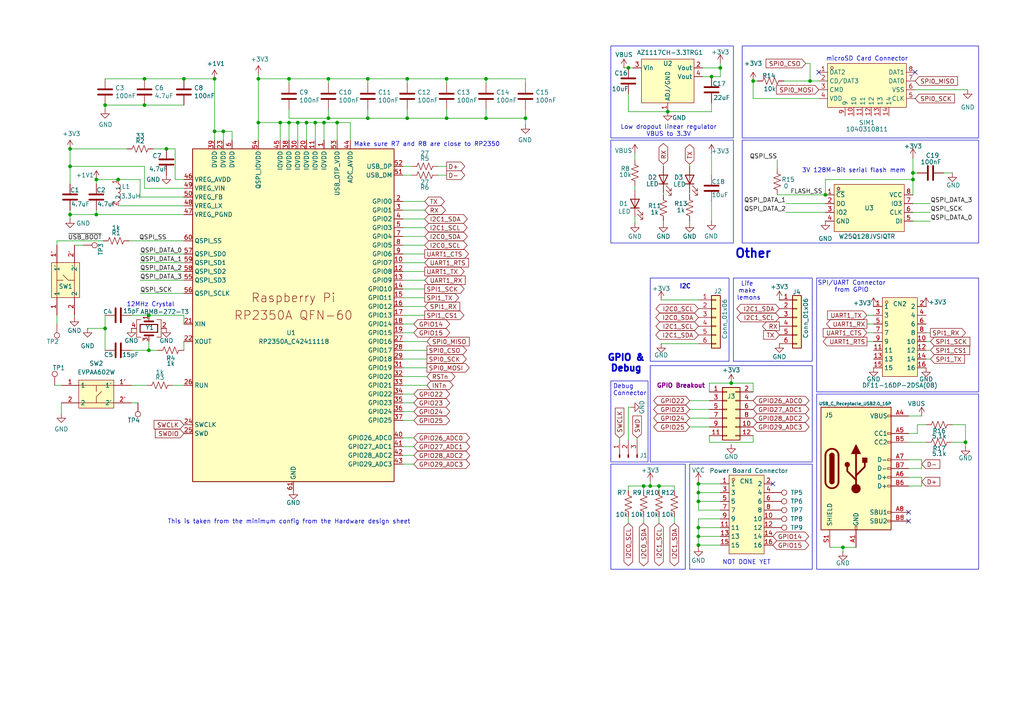
<source format=kicad_sch>
(kicad_sch (version 20250114) (generator "eeschema") (generator_version "9.0")
  (paper "A4")
  (title_block (date "2025-04-01") (rev "1") (company "Bronco Space") (comment 1 "SCALES") (comment 2 "By John Pollak"))
  (rectangle (start 177.165 40.64) (end 212.725 70.485))
  (rectangle (start 188.595 106.045) (end 235.585 133.985))
  (rectangle (start 177.165 13.335) (end 212.725 40.005))
  (rectangle (start 212.725 80.645) (end 235.585 104.775))
  (rectangle (start 215.265 13.335) (end 283.845 40.005))
  (rectangle (start 177.165 110.49) (end 187.96 133.985))
  (rectangle (start 215.265 40.64) (end 283.845 70.485))
  (rectangle (start 177.165 134.62) (end 198.755 165.1))
  (rectangle (start 200.025 134.62) (end 235.585 165.1))
  (rectangle (start 188.595 80.645) (end 211.455 104.775))
  (rectangle (start 236.855 80.645) (end 283.845 113.665))
  (rectangle (start 236.855 114.3) (end 283.845 165.1))
  (text "GPIO &\nDebug" (at 181.61 105.41 0) (effects (font (size 1.905 1.905) (thickness 0.508) (bold yes))))
  (text "12MHz Crystal" (at 43.688 88.392 0) (effects (font (size 1.27 1.27))))
  (text "Low dropout linear regulator\nVBUS to 3.3V" (at 193.929 37.973 0) (effects (font (size 1.27 1.27))))
  (text "3V 128M-Bit serial flash mem\n" (at 247.65 49.53 0) (effects (font (size 1.27 1.27))))
  (text "Make sure R7 and R8 are close to RP2350\n" (at 102.616 42.672 0) (effects (font (size 1.27 1.27)) (justify left bottom)))
  (text "microSD Card Connector" (at 251.46 17.145 0) (effects (font (size 1.27 1.27))))
  (text "NOT DONE YET" (at 216.535 163.195 0) (effects (font (size 1.27 1.27))))
  (text "This is taken from the minimum config from the Hardware design sheet" (at 83.82 151.384 0) (effects (font (size 1.27 1.27))))
  (text "Other" (at 218.44 73.66 0) (effects (font (size 2.54 2.54) (thickness 0.508) (bold yes))))
  (text "Life \nmake \nlemons\n" (at 217.17 84.455 0) (effects (font (size 1.27 1.27))))
  (text "SPI/UART Connector\nfrom GPIO" (at 247.015 83.185 0) (effects (font (size 1.27 1.27))))
  (text "I2C" (at 198.755 83.185 0) (effects (font (size 1.27 1.27) (thickness 0.254) (bold yes))))
  (text "Debug \nConnector" (at 177.8 114.935 0) (effects (font (size 1.27 1.27)) (justify left bottom)))
  (junction (at 202.565 155.575))
  (junction (at 64.77 38.1))
  (junction (at 43.18 91.44))
  (junction (at 20.32 62.23))
  (junction (at 206.375 22.225))
  (junction (at 152.4 34.29))
  (junction (at 140.97 34.29))
  (junction (at 202.565 142.875))
  (junction (at 27.94 62.23))
  (junction (at 41.91 22.86))
  (junction (at 234.95 23.495))
  (junction (at 74.93 35.56))
  (junction (at 83.82 35.56))
  (junction (at 91.44 35.56))
  (junction (at 193.675 32.385))
  (junction (at 43.18 101.6))
  (junction (at 182.245 19.685))
  (junction (at 244.475 158.75))
  (junction (at 202.565 145.415))
  (junction (at 218.44 23.495))
  (junction (at 41.91 30.48))
  (junction (at 118.11 22.86))
  (junction (at 86.36 35.56))
  (junction (at 95.25 34.29))
  (junction (at 202.565 153.035))
  (junction (at 30.48 95.25))
  (junction (at 27.94 52.07))
  (junction (at 81.28 35.56))
  (junction (at 95.25 22.86))
  (junction (at 20.32 43.18))
  (junction (at 83.82 22.86))
  (junction (at 208.915 19.685))
  (junction (at 74.93 22.86))
  (junction (at 239.395 56.515))
  (junction (at 62.23 22.86))
  (junction (at 88.9 35.56))
  (junction (at 186.69 140.97))
  (junction (at 202.565 140.335))
  (junction (at 106.68 34.29))
  (junction (at 118.11 34.29))
  (junction (at 140.97 22.86))
  (junction (at 93.98 35.56))
  (junction (at 48.26 43.18))
  (junction (at 202.565 158.115))
  (junction (at 264.795 50.165))
  (junction (at 264.795 52.07))
  (junction (at 53.34 22.86))
  (junction (at 34.29 52.07))
  (junction (at 30.48 30.48))
  (junction (at 106.68 22.86))
  (junction (at 20.32 48.26))
  (junction (at 97.79 35.56))
  (junction (at 129.54 34.29))
  (junction (at 188.595 140.97))
  (junction (at 212.09 111.125))
  (junction (at 191.135 140.97))
  (junction (at 62.23 38.1))
  (junction (at 129.54 22.86))
  (junction (at 280.035 128.27))
  (no_connect (at 263.525 151.13))
  (no_connect (at 263.525 148.59))
  (no_connect (at 237.49 20.955))
  (no_connect (at 265.43 20.955))
  (no_connect (at 224.155 140.335))
  (wire (pts (xy 186.69 149.86) (xy 186.69 151.765)))
  (wire (pts (xy 218.44 23.495) (xy 219.71 23.495)))
  (wire (pts (xy 263.525 120.65) (xy 267.335 120.65)))
  (wire (pts (xy 30.48 30.48) (xy 41.91 30.48)))
  (wire (pts (xy 269.875 99.06) (xy 268.605 99.06)))
  (wire (pts (xy 20.32 62.23) (xy 20.32 63.5)))
  (wire (pts (xy 182.245 118.11) (xy 182.88 118.11)))
  (wire (pts (xy 200.025 64.135) (xy 200.025 64.77)))
  (wire (pts (xy 83.82 35.56) (xy 83.82 40.64)))
  (wire (pts (xy 205.74 128.27) (xy 218.44 128.27)))
  (wire (pts (xy 202.565 140.335) (xy 202.565 142.875)))
  (wire (pts (xy 50.8 52.07) (xy 50.8 43.18)))
  (wire (pts (xy 269.875 101.6) (xy 268.605 101.6)))
  (wire (pts (xy 27.94 53.34) (xy 27.94 52.07)))
  (wire (pts (xy 95.25 24.13) (xy 95.25 22.86)))
  (wire (pts (xy 140.97 34.29) (xy 152.4 34.29)))
  (wire (pts (xy 218.44 128.27) (xy 218.44 126.365)))
  (wire (pts (xy 106.68 22.86) (xy 118.11 22.86)))
  (wire (pts (xy 208.915 22.225) (xy 208.915 19.685)))
  (wire (pts (xy 182.245 142.24) (xy 182.245 140.97)))
  (wire (pts (xy 202.565 155.575) (xy 202.565 158.115)))
  (wire (pts (xy 64.77 38.1) (xy 67.31 38.1)))
  (wire (pts (xy 40.64 76.2) (xy 53.34 76.2)))
  (wire (pts (xy 123.19 83.82) (xy 116.84 83.82)))
  (wire (pts (xy 152.4 34.29) (xy 152.4 36.195)))
  (wire (pts (xy 50.165 111.76) (xy 53.34 111.76)))
  (wire (pts (xy 192.405 64.77) (xy 192.405 64.135)))
  (wire (pts (xy 182.245 140.97) (xy 186.69 140.97)))
  (wire (pts (xy 208.915 22.225) (xy 206.375 22.225)))
  (wire (pts (xy 202.565 145.415) (xy 202.565 147.955)))
  (wire (pts (xy 86.36 35.56) (xy 88.9 35.56)))
  (wire (pts (xy 184.785 127) (xy 184.785 127.635)))
  (wire (pts (xy 206.375 44.45) (xy 206.375 50.8)))
  (wire (pts (xy 20.32 60.96) (xy 20.32 62.23)))
  (wire (pts (xy 25.4 95.25) (xy 30.48 95.25)))
  (wire (pts (xy 234.95 18.415) (xy 234.95 23.495)))
  (wire (pts (xy 263.525 140.97) (xy 267.335 140.97)))
  (wire (pts (xy 206.375 64.135) (xy 206.375 58.42)))
  (wire (pts (xy 188.595 140.97) (xy 191.135 140.97)))
  (wire (pts (xy 140.97 34.29) (xy 129.54 34.29)))
  (wire (pts (xy 225.425 56.515) (xy 239.395 56.515)))
  (wire (pts (xy 140.97 31.75) (xy 140.97 34.29)))
  (wire (pts (xy 195.58 149.86) (xy 195.58 151.765)))
  (wire (pts (xy 53.34 57.15) (xy 40.64 57.15)))
  (wire (pts (xy 37.465 69.85) (xy 53.34 69.85)))
  (wire (pts (xy 191.135 140.97) (xy 195.58 140.97)))
  (wire (pts (xy 27.94 52.07) (xy 34.29 52.07)))
  (wire (pts (xy 83.82 31.75) (xy 83.82 34.29)))
  (wire (pts (xy 116.84 66.04) (xy 123.19 66.04)))
  (wire (pts (xy 74.93 35.56) (xy 74.93 22.86)))
  (wire (pts (xy 123.19 73.66) (xy 116.84 73.66)))
  (wire (pts (xy 38.1 101.6) (xy 43.18 101.6)))
  (wire (pts (xy 206.375 22.225) (xy 203.835 22.225)))
  (wire (pts (xy 186.69 140.97) (xy 188.595 140.97)))
  (wire (pts (xy 95.25 34.29) (xy 83.82 34.29)))
  (wire (pts (xy 129.54 22.86) (xy 140.97 22.86)))
  (wire (pts (xy 88.9 35.56) (xy 88.9 40.64)))
  (wire (pts (xy 16.51 69.85) (xy 29.845 69.85)))
  (wire (pts (xy 184.15 44.45) (xy 184.15 46.355)))
  (wire (pts (xy 118.11 22.86) (xy 129.54 22.86)))
  (wire (pts (xy 182.245 32.385) (xy 182.245 27.305)))
  (wire (pts (xy 280.035 128.27) (xy 280.035 129.54)))
  (wire (pts (xy 227.965 59.055) (xy 239.395 59.055)))
  (wire (pts (xy 120.015 119.38) (xy 116.84 119.38)))
  (wire (pts (xy 123.19 58.42) (xy 116.84 58.42)))
  (wire (pts (xy 120.015 114.3) (xy 116.84 114.3)))
  (wire (pts (xy 67.31 40.64) (xy 67.31 38.1)))
  (wire (pts (xy 280.035 123.19) (xy 280.035 128.27)))
  (wire (pts (xy 269.875 61.595) (xy 264.795 61.595)))
  (wire (pts (xy 227.965 61.595) (xy 239.395 61.595)))
  (wire (pts (xy 40.64 85.09) (xy 53.34 85.09)))
  (wire (pts (xy 21.59 92.075) (xy 21.59 91.44)))
  (wire (pts (xy 123.825 106.68) (xy 116.84 106.68)))
  (wire (pts (xy 251.46 99.06) (xy 253.365 99.06)))
  (wire (pts (xy 20.32 43.18) (xy 36.83 43.18)))
  (wire (pts (xy 129.54 31.75) (xy 129.54 34.29)))
  (wire (pts (xy 206.375 32.385) (xy 206.375 29.845)))
  (wire (pts (xy 83.82 35.56) (xy 86.36 35.56)))
  (wire (pts (xy 191.135 149.86) (xy 191.135 151.765)))
  (wire (pts (xy 119.38 50.8) (xy 116.84 50.8)))
  (wire (pts (xy 269.875 104.14) (xy 268.605 104.14)))
  (wire (pts (xy 123.19 88.9) (xy 116.84 88.9)))
  (wire (pts (xy 120.015 116.84) (xy 116.84 116.84)))
  (wire (pts (xy 227.33 23.495) (xy 234.95 23.495)))
  (wire (pts (xy 38.1 116.84) (xy 40.005 116.84)))
  (wire (pts (xy 200.025 121.285) (xy 205.74 121.285)))
  (wire (pts (xy 208.915 158.115) (xy 202.565 158.115)))
  (wire (pts (xy 152.4 24.13) (xy 152.4 22.86)))
  (wire (pts (xy 30.48 95.25) (xy 30.48 101.6)))
  (wire (pts (xy 88.9 35.56) (xy 91.44 35.56)))
  (wire (pts (xy 200.025 47.625) (xy 200.025 48.26)))
  (wire (pts (xy 265.43 26.035) (xy 280.67 26.035)))
  (wire (pts (xy 118.11 31.75) (xy 118.11 34.29)))
  (wire (pts (xy 120.015 93.98) (xy 116.84 93.98)))
  (wire (pts (xy 91.44 35.56) (xy 91.44 40.64)))
  (wire (pts (xy 123.19 60.96) (xy 116.84 60.96)))
  (wire (pts (xy 81.28 35.56) (xy 81.28 40.64)))
  (wire (pts (xy 191.77 86.995) (xy 202.565 86.995)))
  (wire (pts (xy 34.29 59.69) (xy 53.34 59.69)))
  (wire (pts (xy 30.48 91.44) (xy 30.48 95.25)))
  (wire (pts (xy 244.475 158.75) (xy 248.285 158.75)))
  (wire (pts (xy 191.135 142.24) (xy 191.135 140.97)))
  (wire (pts (xy 129.54 24.13) (xy 129.54 22.86)))
  (wire (pts (xy 208.915 18.415) (xy 208.915 19.685)))
  (wire (pts (xy 191.77 99.695) (xy 202.565 99.695)))
  (wire (pts (xy 192.405 47.625) (xy 192.405 48.26)))
  (wire (pts (xy 218.44 111.125) (xy 218.44 113.665)))
  (wire (pts (xy 202.565 153.035) (xy 202.565 155.575)))
  (wire (pts (xy 40.64 78.74) (xy 53.34 78.74)))
  (wire (pts (xy 83.82 22.86) (xy 95.25 22.86)))
  (wire (pts (xy 200.025 118.745) (xy 205.74 118.745)))
  (wire (pts (xy 116.84 71.12) (xy 123.19 71.12)))
  (wire (pts (xy 41.91 22.86) (xy 53.34 22.86)))
  (wire (pts (xy 195.58 142.24) (xy 195.58 140.97)))
  (wire (pts (xy 182.245 149.86) (xy 182.245 151.765)))
  (wire (pts (xy 202.565 153.035) (xy 208.915 153.035)))
  (wire (pts (xy 263.525 138.43) (xy 267.335 138.43)))
  (wire (pts (xy 81.28 35.56) (xy 83.82 35.56)))
  (wire (pts (xy 269.875 96.52) (xy 268.605 96.52)))
  (wire (pts (xy 118.11 24.13) (xy 118.11 22.86)))
  (wire (pts (xy 95.25 22.86) (xy 106.68 22.86)))
  (wire (pts (xy 264.795 50.165) (xy 264.795 52.07)))
  (wire (pts (xy 193.675 32.385) (xy 206.375 32.385)))
  (wire (pts (xy 276.225 123.19) (xy 280.035 123.19)))
  (wire (pts (xy 266.065 125.73) (xy 266.065 123.19)))
  (wire (pts (xy 20.32 43.18) (xy 20.32 48.26)))
  (wire (pts (xy 182.245 19.685) (xy 183.515 19.685)))
  (wire (pts (xy 237.49 28.575) (xy 218.44 28.575)))
  (wire (pts (xy 118.11 34.29) (xy 106.68 34.29)))
  (wire (pts (xy 202.565 145.415) (xy 208.915 145.415)))
  (wire (pts (xy 30.48 30.48) (xy 30.48 31.75)))
  (wire (pts (xy 91.44 35.56) (xy 93.98 35.56)))
  (wire (pts (xy 129.54 48.26) (xy 127 48.26)))
  (wire (pts (xy 116.84 63.5) (xy 123.19 63.5)))
  (wire (pts (xy 30.48 22.86) (xy 41.91 22.86)))
  (wire (pts (xy 208.915 147.955) (xy 202.565 147.955)))
  (wire (pts (xy 43.18 101.6) (xy 45.72 101.6)))
  (wire (pts (xy 186.69 140.97) (xy 186.69 142.24)))
  (wire (pts (xy 225.425 48.895) (xy 225.425 46.355)))
  (wire (pts (xy 267.335 133.35) (xy 267.335 135.89)))
  (wire (pts (xy 263.525 135.89) (xy 267.335 135.89)))
  (wire (pts (xy 44.45 43.18) (xy 48.26 43.18)))
  (wire (pts (xy 64.77 40.64) (xy 64.77 38.1)))
  (wire (pts (xy 27.94 62.23) (xy 53.34 62.23)))
  (wire (pts (xy 16.51 69.85) (xy 16.51 71.12)))
  (wire (pts (xy 95.25 31.75) (xy 95.25 34.29)))
  (wire (pts (xy 202.565 142.875) (xy 208.915 142.875)))
  (wire (pts (xy 97.79 35.56) (xy 97.79 40.64)))
  (wire (pts (xy 120.015 121.92) (xy 116.84 121.92)))
  (wire (pts (xy 34.29 52.07) (xy 40.64 52.07)))
  (wire (pts (xy 40.64 73.66) (xy 53.34 73.66)))
  (wire (pts (xy 276.225 128.27) (xy 280.035 128.27)))
  (wire (pts (xy 200.025 116.205) (xy 205.74 116.205)))
  (wire (pts (xy 123.825 109.22) (xy 116.84 109.22)))
  (wire (pts (xy 41.91 54.61) (xy 53.34 54.61)))
  (wire (pts (xy 273.685 50.165) (xy 276.225 50.165)))
  (wire (pts (xy 140.97 22.86) (xy 152.4 22.86)))
  (wire (pts (xy 123.825 99.06) (xy 116.84 99.06)))
  (wire (pts (xy 43.18 101.6) (xy 43.18 99.06)))
  (wire (pts (xy 184.15 55.245) (xy 184.15 53.975)))
  (wire (pts (xy 263.525 125.73) (xy 266.065 125.73)))
  (wire (pts (xy 264.795 52.07) (xy 264.795 56.515)))
  (wire (pts (xy 200.025 123.825) (xy 205.74 123.825)))
  (wire (pts (xy 266.065 50.165) (xy 264.795 50.165)))
  (wire (pts (xy 263.525 133.35) (xy 267.335 133.35)))
  (wire (pts (xy 119.38 48.26) (xy 116.84 48.26)))
  (wire (pts (xy 62.23 38.1) (xy 62.23 22.86)))
  (wire (pts (xy 93.98 35.56) (xy 93.98 40.64)))
  (wire (pts (xy 101.6 40.64) (xy 101.6 35.56)))
  (wire (pts (xy 251.46 96.52) (xy 253.365 96.52)))
  (wire (pts (xy 234.95 23.495) (xy 237.49 23.495)))
  (wire (pts (xy 20.32 62.23) (xy 27.94 62.23)))
  (wire (pts (xy 251.46 91.44) (xy 253.365 91.44)))
  (wire (pts (xy 269.875 59.055) (xy 264.795 59.055)))
  (wire (pts (xy 202.565 158.115) (xy 202.565 158.75)))
  (wire (pts (xy 50.8 52.07) (xy 53.34 52.07)))
  (wire (pts (xy 203.835 19.685) (xy 208.915 19.685)))
  (wire (pts (xy 116.84 68.58) (xy 123.19 68.58)))
  (wire (pts (xy 106.68 31.75) (xy 106.68 34.29)))
  (wire (pts (xy 123.825 104.14) (xy 116.84 104.14)))
  (wire (pts (xy 86.36 35.56) (xy 86.36 40.64)))
  (wire (pts (xy 188.595 140.97) (xy 188.595 139.7)))
  (wire (pts (xy 41.91 48.26) (xy 41.91 54.61)))
  (wire (pts (xy 123.19 78.74) (xy 116.84 78.74)))
  (wire (pts (xy 20.32 48.26) (xy 20.32 53.34)))
  (wire (pts (xy 123.825 101.6) (xy 116.84 101.6)))
  (wire (pts (xy 16.51 91.44) (xy 16.51 93.98)))
  (wire (pts (xy 182.245 32.385) (xy 193.675 32.385)))
  (wire (pts (xy 50.8 43.18) (xy 48.26 43.18)))
  (wire (pts (xy 106.68 24.13) (xy 106.68 22.86)))
  (wire (pts (xy 205.74 126.365) (xy 205.74 128.27)))
  (wire (pts (xy 123.19 91.44) (xy 116.84 91.44)))
  (wire (pts (xy 53.34 22.86) (xy 62.23 22.86)))
  (wire (pts (xy 202.565 140.335) (xy 208.915 140.335)))
  (wire (pts (xy 123.19 81.28) (xy 116.84 81.28)))
  (wire (pts (xy 83.82 24.13) (xy 83.82 22.86)))
  (wire (pts (xy 120.015 132.08) (xy 116.84 132.08)))
  (wire (pts (xy 62.23 40.64) (xy 62.23 38.1)))
  (wire (pts (xy 239.395 52.07) (xy 239.395 56.515)))
  (wire (pts (xy 38.1 111.76) (xy 42.545 111.76)))
  (wire (pts (xy 202.565 142.875) (xy 202.565 145.415)))
  (wire (pts (xy 74.93 22.86) (xy 83.82 22.86)))
  (wire (pts (xy 74.93 35.56) (xy 81.28 35.56)))
  (wire (pts (xy 263.525 128.27) (xy 268.605 128.27)))
  (wire (pts (xy 53.34 101.6) (xy 53.34 99.06)))
  (wire (pts (xy 251.46 93.98) (xy 253.365 93.98)))
  (wire (pts (xy 40.64 57.15) (xy 40.64 52.07)))
  (wire (pts (xy 116.84 111.76) (xy 123.825 111.76)))
  (wire (pts (xy 180.975 19.685) (xy 182.245 19.685)))
  (wire (pts (xy 20.32 48.26) (xy 41.91 48.26)))
  (wire (pts (xy 202.565 139.7) (xy 202.565 140.335)))
  (wire (pts (xy 179.705 127) (xy 179.705 127.635)))
  (wire (pts (xy 152.4 31.75) (xy 152.4 34.29)))
  (wire (pts (xy 184.15 64.77) (xy 184.15 62.865)))
  (wire (pts (xy 74.93 21.59) (xy 74.93 22.86)))
  (wire (pts (xy 140.97 24.13) (xy 140.97 22.86)))
  (wire (pts (xy 218.44 28.575) (xy 218.44 23.495)))
  (wire (pts (xy 264.795 45.72) (xy 264.795 50.165)))
  (wire (pts (xy 233.68 18.415) (xy 234.95 18.415)))
  (wire (pts (xy 244.475 158.75) (xy 244.475 160.02)))
  (wire (pts (xy 129.54 34.29) (xy 118.11 34.29)))
  (wire (pts (xy 240.665 158.75) (xy 244.475 158.75)))
  (wire (pts (xy 120.015 96.52) (xy 116.84 96.52)))
  (wire (pts (xy 120.015 127) (xy 116.84 127)))
  (wire (pts (xy 205.74 113.665) (xy 205.74 111.125)))
  (wire (pts (xy 269.875 64.135) (xy 264.795 64.135)))
  (wire (pts (xy 205.74 111.125) (xy 212.09 111.125)))
  (wire (pts (xy 97.79 35.56) (xy 101.6 35.56)))
  (wire (pts (xy 21.59 71.12) (xy 24.13 71.12)))
  (wire (pts (xy 129.54 50.8) (xy 127 50.8)))
  (wire (pts (xy 192.405 55.88) (xy 192.405 56.515)))
  (wire (pts (xy 266.065 123.19) (xy 268.605 123.19)))
  (wire (pts (xy 106.68 34.29) (xy 95.25 34.29)))
  (wire (pts (xy 38.1 91.44) (xy 43.18 91.44)))
  (wire (pts (xy 43.18 91.44) (xy 53.34 91.44)))
  (wire (pts (xy 27.94 60.96) (xy 27.94 62.23)))
  (wire (pts (xy 15.875 111.76) (xy 17.78 111.76)))
  (wire (pts (xy 120.015 134.62) (xy 116.84 134.62)))
  (wire (pts (xy 212.09 111.125) (xy 218.44 111.125)))
  (wire (pts (xy 182.245 127.635) (xy 182.245 118.11)))
  (wire (pts (xy 17.78 116.84) (xy 17.78 120.015)))
  (wire (pts (xy 41.91 30.48) (xy 53.34 30.48)))
  (wire (pts (xy 267.335 138.43) (xy 267.335 140.97)))
  (wire (pts (xy 74.93 35.56) (xy 74.93 40.64)))
  (wire (pts (xy 123.19 76.2) (xy 116.84 76.2)))
  (wire (pts (xy 202.565 155.575) (xy 208.915 155.575)))
  (wire (pts (xy 40.64 81.28) (xy 53.34 81.28)))
  (wire (pts (xy 202.565 150.495) (xy 202.565 153.035)))
  (wire (pts (xy 53.34 93.98) (xy 53.34 91.44)))
  (wire (pts (xy 123.19 86.36) (xy 116.84 86.36)))
  (wire (pts (xy 208.915 150.495) (xy 202.565 150.495)))
  (wire (pts (xy 62.23 38.1) (xy 64.77 38.1)))
  (wire (pts (xy 200.025 55.88) (xy 200.025 56.515)))
  (wire (pts (xy 93.98 35.56) (xy 97.79 35.56)))
  (wire (pts (xy 239.395 52.07) (xy 264.795 52.07)))
  (wire (pts (xy 120.015 129.54) (xy 116.84 129.54)))
  (label "QSPI_DATA_1" (at 227.965 59.055 180))
  (label "QSPI_DATA_1" (at 40.64 76.2 0))
  (label "QSPI_DATA_0" (at 40.64 73.66 0))
  (label "~{USB_BOOT}" (at 19.685 69.85 0))
  (label " QSPI_SS" (at 225.425 46.355 180))
  (label " QSPI_SS" (at 39.37 69.85 0))
  (label "FLASH_SS" (at 229.235 56.515 0))
  (label "QSPI_DATA_3" (at 269.875 59.055 0))
  (label "QSPI_DATA_2" (at 227.965 61.595 180))
  (label "QSPI_SCK" (at 269.875 61.595 0))
  (label "QSPI_DATA_0" (at 269.875 64.135 0))
  (label "QSPI_DATA_3" (at 40.64 81.28 0))
  (label "QSPI_SCK" (at 40.64 85.09 0))
  (label "QSPI_DATA_2" (at 40.64 78.74 0))
  (global_label "RX" (shape bidirectional) (at 123.19 60.96 0) (property "Intersheetrefs" "${INTERSHEET_REFS}" (effects (hide yes))))
  (global_label "I2C0_SDA" (shape bidirectional) (at 202.565 92.075 180) (property "Intersheetrefs" "${INTERSHEET_REFS}" (effects (hide yes))))
  (global_label "SPI0_SCK" (shape input) (at 265.43 28.575 0) (property "Intersheetrefs" "${INTERSHEET_REFS}" (effects (hide yes))))
  (global_label "I2C0_SDA" (shape bidirectional) (at 123.19 68.58 0) (property "Intersheetrefs" "${INTERSHEET_REFS}" (effects (hide yes))))
  (global_label "SPI1_TX" (shape output) (at 123.19 86.36 0) (property "Intersheetrefs" "${INTERSHEET_REFS}" (effects (hide yes))))
  (global_label "SPI1_SCK" (shape output) (at 123.19 83.82 0) (property "Intersheetrefs" "${INTERSHEET_REFS}" (effects (hide yes))))
  (global_label "D-" (shape input) (at 267.335 134.62 0) (property "Intersheetrefs" "${INTERSHEET_REFS}" (effects (hide yes))))
  (global_label "UART1_TX" (shape input) (at 251.46 91.44 180) (property "Intersheetrefs" "${INTERSHEET_REFS}" (effects (hide yes))))
  (global_label "SPI0_MOSI" (shape input) (at 237.49 26.035 180) (property "Intersheetrefs" "${INTERSHEET_REFS}" (effects (hide yes))))
  (global_label "GPIO28_ADC2" (shape bidirectional) (at 120.015 132.08 0) (property "Intersheetrefs" "${INTERSHEET_REFS}" (effects (hide yes))))
  (global_label "GPIO14" (shape bidirectional) (at 224.155 155.575 0) (property "Intersheetrefs" "${INTERSHEET_REFS}" (effects (hide yes))))
  (global_label "TX" (shape bidirectional) (at 123.19 58.42 0) (property "Intersheetrefs" "${INTERSHEET_REFS}" (effects (hide yes))))
  (global_label "GPIO24" (shape bidirectional) (at 200.025 121.285 180) (property "Intersheetrefs" "${INTERSHEET_REFS}" (effects (hide yes))))
  (global_label "SWCLK" (shape input) (at 53.34 123.19 180) (property "Intersheetrefs" "${INTERSHEET_REFS}" (effects (hide yes))))
  (global_label "D+" (shape output) (at 129.54 48.26 0) (property "Intersheetrefs" "${INTERSHEET_REFS}" (effects (hide yes))))
  (global_label "SPI0_MOSI" (shape output) (at 123.825 106.68 0) (property "Intersheetrefs" "${INTERSHEET_REFS}" (effects (hide yes))))
  (global_label "SPI0_CSO" (shape input) (at 233.68 18.415 180) (property "Intersheetrefs" "${INTERSHEET_REFS}" (effects (hide yes))))
  (global_label "SPI0_MISO" (shape input) (at 123.825 99.06 0) (property "Intersheetrefs" "${INTERSHEET_REFS}" (effects (hide yes))))
  (global_label "GPIO25" (shape bidirectional) (at 200.025 123.825 180) (property "Intersheetrefs" "${INTERSHEET_REFS}" (effects (hide yes))))
  (global_label "SWCLK" (shape input) (at 179.705 127 90) (property "Intersheetrefs" "${INTERSHEET_REFS}" (effects (hide yes))))
  (global_label "SPI1_RX" (shape output) (at 269.875 96.52 0) (property "Intersheetrefs" "${INTERSHEET_REFS}" (effects (hide yes))))
  (global_label "UART1_CTS" (shape input) (at 251.46 96.52 180) (property "Intersheetrefs" "${INTERSHEET_REFS}" (effects (hide yes))))
  (global_label "GPIO27_ADC1" (shape bidirectional) (at 120.015 129.54 0) (property "Intersheetrefs" "${INTERSHEET_REFS}" (effects (hide yes))))
  (global_label "I2C1_SDA" (shape bidirectional) (at 226.06 89.535 180) (property "Intersheetrefs" "${INTERSHEET_REFS}" (effects (hide yes))))
  (global_label "INTn" (shape bidirectional) (at 123.825 111.76 0) (property "Intersheetrefs" "${INTERSHEET_REFS}" (effects (hide yes))))
  (global_label "SWDIO" (shape input) (at 53.34 125.73 180) (property "Intersheetrefs" "${INTERSHEET_REFS}" (effects (hide yes))))
  (global_label "TX" (shape bidirectional) (at 200.025 47.625 90) (property "Intersheetrefs" "${INTERSHEET_REFS}" (effects (hide yes))))
  (global_label "GPIO22" (shape bidirectional) (at 200.025 116.205 180) (property "Intersheetrefs" "${INTERSHEET_REFS}" (effects (hide yes))))
  (global_label "GPIO15" (shape bidirectional) (at 120.015 96.52 0) (property "Intersheetrefs" "${INTERSHEET_REFS}" (effects (hide yes))))
  (global_label "GPIO27_ADC1" (shape bidirectional) (at 218.44 118.745 0) (property "Intersheetrefs" "${INTERSHEET_REFS}" (effects (hide yes))))
  (global_label "GPIO29_ADC3" (shape bidirectional) (at 218.44 123.825 0) (property "Intersheetrefs" "${INTERSHEET_REFS}" (effects (hide yes))))
  (global_label "RSTn" (shape bidirectional) (at 123.825 109.22 0) (property "Intersheetrefs" "${INTERSHEET_REFS}" (effects (hide yes))))
  (global_label "GPIO26_ADC0" (shape bidirectional) (at 218.44 116.205 0) (property "Intersheetrefs" "${INTERSHEET_REFS}" (effects (hide yes))))
  (global_label "UART1_RX" (shape input) (at 123.19 81.28 0) (property "Intersheetrefs" "${INTERSHEET_REFS}" (effects (hide yes))))
  (global_label "SPI1_SCK" (shape input) (at 269.875 99.06 0) (property "Intersheetrefs" "${INTERSHEET_REFS}" (effects (hide yes))))
  (global_label "GPIO22" (shape bidirectional) (at 120.015 114.3 0) (property "Intersheetrefs" "${INTERSHEET_REFS}" (effects (hide yes))))
  (global_label "I2C1_SDA" (shape bidirectional) (at 202.565 97.155 180) (property "Intersheetrefs" "${INTERSHEET_REFS}" (effects (hide yes))))
  (global_label "UART1_RTS" (shape input) (at 123.19 76.2 0) (property "Intersheetrefs" "${INTERSHEET_REFS}" (effects (hide yes))))
  (global_label "GPIO26_ADC0" (shape bidirectional) (at 120.015 127 0) (property "Intersheetrefs" "${INTERSHEET_REFS}" (effects (hide yes))))
  (global_label "SPI0_SCK" (shape output) (at 123.825 104.14 0) (property "Intersheetrefs" "${INTERSHEET_REFS}" (effects (hide yes))))
  (global_label "RX" (shape bidirectional) (at 192.405 47.625 90) (property "Intersheetrefs" "${INTERSHEET_REFS}" (effects (hide yes))))
  (global_label "I2C0_SCL" (shape bidirectional) (at 123.19 71.12 0) (property "Intersheetrefs" "${INTERSHEET_REFS}" (effects (hide yes))))
  (global_label "I2C0_SDA" (shape bidirectional) (at 186.69 151.765 270) (property "Intersheetrefs" "${INTERSHEET_REFS}" (effects (hide yes))))
  (global_label "D-" (shape output) (at 129.54 50.8 0) (property "Intersheetrefs" "${INTERSHEET_REFS}" (effects (hide yes))))
  (global_label "I2C1_SCL" (shape bidirectional) (at 123.19 66.04 0) (property "Intersheetrefs" "${INTERSHEET_REFS}" (effects (hide yes))))
  (global_label "I2C1_SDA" (shape bidirectional) (at 123.19 63.5 0) (property "Intersheetrefs" "${INTERSHEET_REFS}" (effects (hide yes))))
  (global_label "GPIO23" (shape bidirectional) (at 120.015 116.84 0) (property "Intersheetrefs" "${INTERSHEET_REFS}" (effects (hide yes))))
  (global_label "SPI1_TX" (shape input) (at 269.875 104.14 0) (property "Intersheetrefs" "${INTERSHEET_REFS}" (effects (hide yes))))
  (global_label "I2C1_SCL" (shape bidirectional) (at 191.135 151.765 270) (property "Intersheetrefs" "${INTERSHEET_REFS}" (effects (hide yes))))
  (global_label "SPI0_MISO" (shape input) (at 265.43 23.495 0) (property "Intersheetrefs" "${INTERSHEET_REFS}" (effects (hide yes))))
  (global_label "UART1_RX" (shape output) (at 251.46 93.98 180) (property "Intersheetrefs" "${INTERSHEET_REFS}" (effects (hide yes))))
  (global_label "I2C0_SCL" (shape bidirectional) (at 202.565 89.535 180) (property "Intersheetrefs" "${INTERSHEET_REFS}" (effects (hide yes))))
  (global_label "D+" (shape input) (at 267.335 139.7 0) (property "Intersheetrefs" "${INTERSHEET_REFS}" (effects (hide yes))))
  (global_label "SPI0_CSO" (shape output) (at 123.825 101.6 0) (property "Intersheetrefs" "${INTERSHEET_REFS}" (effects (hide yes))))
  (global_label "GPIO14" (shape bidirectional) (at 120.015 93.98 0) (property "Intersheetrefs" "${INTERSHEET_REFS}" (effects (hide yes))))
  (global_label "GPIO23" (shape bidirectional) (at 200.025 118.745 180) (property "Intersheetrefs" "${INTERSHEET_REFS}" (effects (hide yes))))
  (global_label "GPIO29_ADC3" (shape bidirectional) (at 120.015 134.62 0) (property "Intersheetrefs" "${INTERSHEET_REFS}" (effects (hide yes))))
  (global_label "GPIO24" (shape bidirectional) (at 120.015 119.38 0) (property "Intersheetrefs" "${INTERSHEET_REFS}" (effects (hide yes))))
  (global_label "TX" (shape input) (at 226.06 97.155 180) (property "Intersheetrefs" "${INTERSHEET_REFS}" (effects (hide yes))))
  (global_label "SPI1_CS1" (shape output) (at 123.19 91.44 0) (property "Intersheetrefs" "${INTERSHEET_REFS}" (effects (hide yes))))
  (global_label "I2C1_SCL" (shape bidirectional) (at 202.565 94.615 180) (property "Intersheetrefs" "${INTERSHEET_REFS}" (effects (hide yes))))
  (global_label "GPIO25" (shape bidirectional) (at 120.015 121.92 0) (property "Intersheetrefs" "${INTERSHEET_REFS}" (effects (hide yes))))
  (global_label "I2C1_SDA" (shape bidirectional) (at 195.58 151.765 270) (property "Intersheetrefs" "${INTERSHEET_REFS}" (effects (hide yes))))
  (global_label "UART1_RTS" (shape output) (at 251.46 99.06 180) (property "Intersheetrefs" "${INTERSHEET_REFS}" (effects (hide yes))))
  (global_label "SWD" (shape input) (at 184.785 127 90) (property "Intersheetrefs" "${INTERSHEET_REFS}" (effects (hide yes))))
  (global_label "SPI1_RX" (shape input) (at 123.19 88.9 0) (property "Intersheetrefs" "${INTERSHEET_REFS}" (effects (hide yes))))
  (global_label "GPIO28_ADC2" (shape bidirectional) (at 218.44 121.285 0) (property "Intersheetrefs" "${INTERSHEET_REFS}" (effects (hide yes))))
  (global_label "I2C0_SCL" (shape bidirectional) (at 182.245 151.765 270) (property "Intersheetrefs" "${INTERSHEET_REFS}" (effects (hide yes))))
  (global_label "UART1_TX" (shape output) (at 123.19 78.74 0) (property "Intersheetrefs" "${INTERSHEET_REFS}" (effects (hide yes))))
  (global_label "SPI1_CS1" (shape input) (at 269.875 101.6 0) (property "Intersheetrefs" "${INTERSHEET_REFS}" (effects (hide yes))))
  (global_label "UART1_CTS" (shape output) (at 123.19 73.66 0) (property "Intersheetrefs" "${INTERSHEET_REFS}" (effects (hide yes))))
  (global_label "I2C1_SCL" (shape bidirectional) (at 226.06 92.075 180) (property "Intersheetrefs" "${INTERSHEET_REFS}" (effects (hide yes))))
  (global_label "RX" (shape output) (at 226.06 94.615 180) (property "Intersheetrefs" "${INTERSHEET_REFS}" (effects (hide yes))))
  (global_label "GPIO15" (shape bidirectional) (at 224.155 158.115 0) (property "Intersheetrefs" "${INTERSHEET_REFS}" (effects (hide yes))))
  (symbol (lib_id "power:GND") (at 20.32 63.5 0) (mirror y) (unit 1)
    (property "Reference" "#PWR03" (effects (hide yes)))
    (property "Value" "GND" (at 24.13 64.77 0))
  )
  (symbol (lib_id "Device:C") (at 269.875 50.165 90) (unit 1)
    (property "Reference" "C19" (at 272.415 45.085 90) (effects (justify left)))
    (property "Value" "100nF" (at 273.05 46.99 90) (effects (justify left)))
    (property "Footprint" "Capacitor_SMD:C_0402_1005Metric" (effects (hide yes)))
  )
  (symbol (lib_id "power:GND") (at 182.88 118.11 90) (unit 1)
    (property "Reference" "#PWR016" (effects (hide yes)))
    (property "Value" "GND" (at 186.182 118.11 0))
    (property "Description" "Power symbol creates a global label with name \"GND\" , ground" (effects (hide yes)))
  )
  (symbol (lib_id "Connector_Generic:Conn_02x06_Odd_Even") (at 210.82 118.745 0) (unit 1)
    (property "Reference" "J3" (at 212.09 114.935 0))
    (property "Value" "Conn_02x06_Odd_Even" (effects (hide yes)))
    (property "Footprint" "Connector_PinHeader_2.54mm:PinHeader_2x06_P2.54mm_Vertical" (effects (hide yes)))
    (property "Description" "Generic connector, double row, 02x06, odd/even pin numbering scheme (row 1 odd numbers, row 2 even numbers), script generated (kicad-library-utils/schlib/autogen/connector/)" (effects (hide yes)))
    (property "Use" "GPIO Breakout" (at 197.485 111.76 0) (effects (font (thickness 0.254) (bold yes))))
  )
  (symbol (lib_id "power:GND") (at 202.565 158.75 0) (unit 1)
    (property "Reference" "#PWR026" (effects (hide yes)))
    (property "Value" "GND" (at 202.565 162.56 0))
    (property "Description" "Power symbol creates a global label with name \"GND\" , ground" (effects (hide yes)))
  )
  (symbol (lib_id "power:GND") (at 17.78 120.015 0) (unit 1)
    (property "Reference" "#PWR01" (effects (hide yes)))
    (property "Value" "GND" (at 17.78 124.46 0))
    (property "Description" "Power symbol creates a global label with name \"GND\" , ground" (effects (hide yes)))
  )
  (symbol (lib_id "Connector:TestPoint") (at 224.155 153.035 270) (unit 1)
    (property "Reference" "TP9" (at 229.235 153.035 90) (effects (justify left)))
    (property "Value" "TestPoint" (effects (hide yes)))
    (property "Footprint" "TestPoint:TestPoint_Pad_1.0x1.0mm" (effects (hide yes)))
    (property "Description" "test point" (effects (hide yes)))
  )
  (symbol (lib_id "easyeda2kicad:DF11-16DP-2DSA(08)") (at 260.985 97.79 0) (unit 1)
    (property "Reference" "CN2" (at 260.985 88.138 0))
    (property "Value" "DF11-16DP-2DSA(08)" (at 260.985 111.76 0))
    (property "Footprint" "easyeda2kicad:CONN-TH_DF11-16DP-2DSA-08" (effects (hide yes)))
    (property "Datasheet" "https://lcsc.com/product-detail/Wire-To-Board-Wire-To-Wire-Connector_HRS-Hirose-HRS-DF11-16DP-2DSA-08_C530981.html" (effects (hide yes)))
    (property "LCSC Part" "C530981" (effects (hide yes)))
  )
  (symbol (lib_id "Device:C") (at 30.48 26.67 0) (unit 1)
    (property "Reference" "C3" (at 33.401 25.5016 0) (effects (justify left)))
    (property "Value" "100nF" (at 33.401 27.813 0) (effects (justify left)))
    (property "Footprint" "Capacitor_SMD:C_0402_1005Metric" (effects (hide yes)))
  )
  (symbol (lib_id "power:GND") (at 244.475 160.02 0) (unit 1)
    (property "Reference" "#PWR036" (effects (hide yes)))
    (property "Value" "GND" (at 244.475 163.322 0))
    (property "Description" "Power symbol creates a global label with name \"GND\" , ground" (effects (hide yes)))
  )
  (symbol (lib_id "Device:R_US") (at 123.19 50.8 270) (unit 1)
    (property "Reference" "R6" (at 123.19 54.356 90))
    (property "Value" "27" (at 123.19 52.832 90))
    (property "Footprint" "Resistor_SMD:R_0402_1005Metric" (effects (hide yes)))
    (property "Description" "Resistor, US symbol" (effects (hide yes)))
  )
  (symbol (lib_id "Connector:TestPoint") (at 224.155 150.495 270) (unit 1)
    (property "Reference" "TP8" (at 229.235 150.495 90) (effects (justify left)))
    (property "Value" "TestPoint" (effects (hide yes)))
    (property "Footprint" "TestPoint:TestPoint_Pad_1.0x1.0mm" (effects (hide yes)))
    (property "Description" "test point" (effects (hide yes)))
  )
  (symbol (lib_id "Device:C") (at 206.375 54.61 0) (unit 1)
    (property "Reference" "C18" (at 206.375 52.705 0) (effects (justify left)))
    (property "Value" "10uF" (at 206.375 56.515 0) (effects (justify left)))
    (property "Footprint" "Capacitor_SMD:C_0805_2012Metric" (effects (hide yes)))
  )
  (symbol (lib_id "power:GND") (at 253.365 106.68 0) (unit 1)
    (property "Reference" "#PWR038" (effects (hide yes)))
    (property "Value" "GND" (at 253.365 109.982 0))
    (property "Description" "Power symbol creates a global label with name \"GND\" , ground" (effects (hide yes)))
  )
  (symbol (lib_id "power:GND") (at 191.77 99.695 0) (unit 1)
    (property "Reference" "#PWR021" (effects (hide yes)))
    (property "Value" "GND" (at 191.77 102.997 0))
    (property "Description" "Power symbol creates a global label with name \"GND\" , ground" (effects (hide yes)))
  )
  (symbol (lib_id "Device:C") (at 95.25 27.94 0) (unit 1)
    (property "Reference" "C10" (at 98.171 26.7716 0) (effects (justify left)))
    (property "Value" "100nF" (at 98.171 29.083 0) (effects (justify left)))
    (property "Footprint" "Capacitor_SMD:C_0402_1005Metric" (effects (hide yes)))
  )
  (symbol (lib_id "Device:C") (at 118.11 27.94 0) (unit 1)
    (property "Reference" "C12" (at 121.031 26.7716 0) (effects (justify left)))
    (property "Value" "100nF" (at 121.031 29.083 0) (effects (justify left)))
    (property "Footprint" "Capacitor_SMD:C_0402_1005Metric" (effects (hide yes)))
  )
  (symbol (lib_id "Connector:Conn_01x03_Pin") (at 182.245 132.715 90) (unit 1)
    (property "Reference" "J1" (at 186.69 132.08 90))
    (property "Value" "Conn_01x03_Pin" (effects (hide yes)))
    (property "Footprint" "Connector_PinHeader_1.00mm:PinHeader_1x03_P1.00mm_Vertical" (effects (hide yes)))
    (property "Description" "Generic connector, single row, 01x03, script generated" (effects (hide yes)))
  )
  (symbol (lib_id "Connector_Generic:Conn_01x06") (at 207.645 92.075 0) (unit 1)
    (property "Reference" "J2" (at 207.01 84.455 0) (effects (justify left)))
    (property "Value" "Conn_01x06" (at 210.185 98.425 90) (effects (justify left)))
    (property "Footprint" "SCALES:HDR-TH_6P-P2.54-V-M-1" (effects (hide yes)))
    (property "Datasheet" "https://jlcpcb.com/partdetail/38187-2_54_1x6PStraightpin/C37208" (effects (hide yes)))
    (property "Description" "Generic connector, single row, 01x06, script generated (kicad-library-utils/schlib/autogen/connector/)" (effects (hide yes)))
  )
  (symbol (lib_id "Device:LED") (at 184.15 59.055 90) (unit 1)
    (property "Reference" "D1" (at 180.848 59.055 90))
    (property "Value" "LED" (at 181.102 61.341 90))
    (property "Footprint" "LED_SMD:LED_0603_1608Metric" (effects (hide yes)))
    (property "Description" "Light emitting diode" (effects (hide yes)))
    (property "Sim.Pins" "1=K 2=A" (effects (hide yes)))
  )
  (symbol (lib_id "power:GND") (at 276.225 50.165 0) (unit 1)
    (property "Reference" "#PWR043" (effects (hide yes)))
    (property "Value" "GND" (at 276.479 53.721 0))
    (property "Description" "Power symbol creates a global label with name \"GND\" , ground" (effects (hide yes)))
  )
  (symbol (lib_id "power:+3V3") (at 206.375 44.45 0) (unit 1)
    (property "Reference" "#PWR027" (effects (hide yes)))
    (property "Value" "+3V3" (at 208.915 43.815 0))
  )
  (symbol (lib_id "power:GND") (at 25.4 95.25 0) (unit 1)
    (property "Reference" "#PWR05" (effects (hide yes)))
    (property "Value" "GND" (at 25.4 100.33 0))
    (property "Description" "Power symbol creates a global label with name \"GND\" , ground" (effects (hide yes)))
  )
  (symbol (lib_id "Device:LED") (at 192.405 52.07 90) (unit 1)
    (property "Reference" "D2" (at 189.23 51.435 90))
    (property "Value" "LED" (at 189.23 53.34 90))
    (property "Footprint" "LED_SMD:LED_0603_1608Metric" (effects (hide yes)))
    (property "Description" "Light emitting diode" (effects (hide yes)))
    (property "Sim.Pins" "1=K 2=A" (effects (hide yes)))
  )
  (symbol (lib_id "Device:R_US") (at 195.58 146.05 180) (unit 1)
    (property "Reference" "R12" (at 193.675 142.875 0))
    (property "Value" "10k" (at 193.675 149.225 0))
    (property "Footprint" "Resistor_SMD:R_0603_1608Metric" (effects (hide yes)))
    (property "Description" "Resistor, US symbol" (effects (hide yes)))
  )
  (symbol (lib_id "Device:C") (at 182.245 23.495 180) (unit 1)
    (property "Reference" "C16" (at 178.181 21.209 0) (effects (justify right)))
    (property "Value" "10uF" (at 177.419 25.781 0) (effects (justify right)))
    (property "Footprint" "Capacitor_SMD:C_0805_2012Metric" (effects (hide yes)))
    (property "Description" "Unpolarized capacitor" (effects (hide yes)))
  )
  (symbol (lib_id "power:+3V3") (at 20.32 43.18 0) (unit 1)
    (property "Reference" "#PWR02" (effects (hide yes)))
    (property "Value" "+3V3" (at 20.701 38.7858 0))
  )
  (symbol (lib_id "power:+1V1") (at 27.94 52.07 0) (unit 1)
    (property "Reference" "#PWR06" (effects (hide yes)))
    (property "Value" "+1V1" (at 24.638 50.8 0))
  )
  (symbol (lib_id "Device:C") (at 53.34 26.67 0) (unit 1)
    (property "Reference" "C8" (at 56.261 25.5016 0) (effects (justify left)))
    (property "Value" "100nF" (at 56.261 27.813 0) (effects (justify left)))
    (property "Footprint" "Capacitor_SMD:C_0402_1005Metric" (effects (hide yes)))
  )
  (symbol (lib_id "Connector:TestPoint") (at 24.13 71.12 270) (unit 1)
    (property "Reference" "TP3" (at 29.21 70.485 0) (effects (justify left)))
    (property "Value" "TestPoint" (effects (hide yes)))
    (property "Footprint" "TestPoint:TestPoint_Pad_1.0x1.0mm" (effects (hide yes)))
    (property "Description" "test point" (effects (hide yes)))
  )
  (symbol (lib_id "Device:R_US") (at 272.415 128.27 270) (unit 1)
    (property "Reference" "R17" (at 272.415 130.048 90))
    (property "Value" "5.1k" (at 272.415 131.572 90))
    (property "Footprint" "Resistor_SMD:R_0603_1608Metric" (effects (hide yes)))
    (property "Description" "Resistor, US symbol" (effects (hide yes)))
  )
  (symbol (lib_id "Device:C") (at 106.68 27.94 0) (unit 1)
    (property "Reference" "C11" (at 109.601 26.7716 0) (effects (justify left)))
    (property "Value" "100nF" (at 109.601 29.083 0) (effects (justify left)))
    (property "Footprint" "Capacitor_SMD:C_0402_1005Metric" (effects (hide yes)))
  )
  (symbol (lib_id "power:+3V3") (at 74.93 21.59 0) (unit 1)
    (property "Reference" "#PWR012" (effects (hide yes)))
    (property "Value" "+3V3" (at 75.311 17.1958 0))
  )
  (symbol (lib_id "power:GND") (at 48.26 50.8 0) (unit 1)
    (property "Reference" "#PWR09" (effects (hide yes)))
    (property "Value" "GND" (at 44.45 52.07 0))
  )
  (symbol (lib_id "easeda2kicad:EVPAA602W") (at 27.94 114.3 0) (unit 1)
    (property "Reference" "SW2" (at 27.94 105.41 0))
    (property "Value" "EVPAA602W" (at 27.94 107.95 0))
    (property "Footprint" "easyeda2kicad:KEY-TH_4P-L3.5-W4.9-P2.80-LS4.3" (effects (hide yes)))
    (property "Datasheet" "https://lcsc.com/product-detail/Tactile-Switches_PANASONIC_EVPAA602W_Switch-3-5-2-9-1-7Plastic-head-3-5N-0-15mm-SMD_C79148.html" (effects (hide yes)))
    (property "LCSC Part" "C79148" (effects (hide yes)))
  )
  (symbol (lib_id "power:VPP") (at 180.975 19.685 0) (unit 1)
    (property "Reference" "#PWR015" (effects (hide yes)))
    (property "Value" "VBUS" (at 180.975 15.875 0))
    (property "Description" "Power symbol creates a global label with name \"VPP\"" (effects (hide yes)))
  )
  (symbol (lib_id "Device:R_US") (at 186.69 146.05 180) (unit 1)
    (property "Reference" "R9" (at 184.785 142.875 0))
    (property "Value" "10k" (at 184.785 149.225 0))
    (property "Footprint" "Resistor_SMD:R_0603_1608Metric" (effects (hide yes)))
    (property "Description" "Resistor, US symbol" (effects (hide yes)))
  )
  (symbol (lib_id "power:GND") (at 30.48 31.75 0) (unit 1)
    (property "Reference" "#PWR07" (effects (hide yes)))
    (property "Value" "GND" (at 30.607 36.1442 0))
  )
  (symbol (lib_id "Device:C") (at 83.82 27.94 0) (unit 1)
    (property "Reference" "C9" (at 86.741 26.7716 0) (effects (justify left)))
    (property "Value" "100nF" (at 86.741 29.083 0) (effects (justify left)))
    (property "Footprint" "Capacitor_SMD:C_0402_1005Metric" (effects (hide yes)))
  )
  (symbol (lib_id "power:GND") (at 212.09 128.905 0) (unit 1)
    (property "Reference" "#PWR031" (effects (hide yes)))
    (property "Value" "GND" (at 212.09 132.461 0))
    (property "Description" "Power symbol creates a global label with name \"GND\" , ground" (effects (hide yes)))
  )
  (symbol (lib_id "power:+3V3") (at 212.09 111.125 0) (unit 1)
    (property "Reference" "#PWR030" (effects (hide yes)))
    (property "Value" "+3V3" (at 212.09 107.315 0))
  )
  (symbol (lib_id "power:GND") (at 184.15 64.77 0) (unit 1)
    (property "Reference" "#PWR018" (effects (hide yes)))
    (property "Value" "GND" (at 184.15 68.58 0))
    (property "Description" "Power symbol creates a global label with name \"GND\" , ground" (effects (hide yes)))
  )
  (symbol (lib_id "Connector:USB_C_Receptacle_USB2.0_16P") (at 248.285 135.89 0) (unit 1)
    (property "Reference" "J5" (at 240.411 120.396 0))
    (property "Value" "USB_C_Receptacle_USB2.0_16P" (at 248.031 117.094 0) (effects (font (size 0.889 0.889))))
    (property "Footprint" "Connector_USB:USB_C_Receptacle_HRO_TYPE-C-31-M-12" (effects (hide yes)))
    (property "Datasheet" "https://www.usb.org/sites/default/files/documents/usb_type-c.zip" (effects (hide yes)))
    (property "Description" "USB 2.0-only 16P Type-C Receptacle connector" (effects (hide yes)))
  )
  (symbol (lib_id "power:+1V1") (at 62.23 22.86 0) (unit 1)
    (property "Reference" "#PWR011" (effects (hide yes)))
    (property "Value" "+1V1" (at 62.611 18.4658 0))
  )
  (symbol (lib_id "easyeda2kicad:AZ1117CH-3.3TRG1") (at 193.675 24.765 0) (unit 1)
    (property "Reference" "U2" (at 193.675 18.415 0))
    (property "Value" "AZ1117CH-3.3TRG1" (at 194.31 15.24 0))
    (property "Footprint" "easyeda2kicad:SOT-223-3_L6.5-W3.4-P2.30-LS7.0-BR" (effects (hide yes)))
    (property "Datasheet" "https://lcsc.com/product-detail/Low-Dropout-Regulators-LDO_DIODES_AZ1117CH-3-3TRG1_AZ1117CH-3-3TRG1_C92102.html" (effects (hide yes)))
    (property "LCSC Part" "C92102" (effects (hide yes)))
  )
  (symbol (lib_id "Device:C") (at 206.375 26.035 180) (unit 1)
    (property "Reference" "C17" (at 206.629 24.257 0) (effects (justify right)))
    (property "Value" "22uF" (at 206.883 28.321 0) (effects (justify right)))
    (property "Footprint" "Capacitor_SMD:C_0805_2012Metric" (effects (hide yes)))
    (property "Description" "Unpolarized capacitor" (effects (hide yes)))
  )
  (symbol (lib_id "Device:R_US") (at 182.245 146.05 180) (unit 1)
    (property "Reference" "R7" (at 180.34 142.875 0))
    (property "Value" "10k" (at 180.34 149.225 0))
    (property "Footprint" "Resistor_SMD:R_0603_1608Metric" (effects (hide yes)))
    (property "Description" "Resistor, US symbol" (effects (hide yes)))
  )
  (symbol (lib_id "Connector:TestPoint") (at 224.155 147.955 270) (unit 1)
    (property "Reference" "TP7" (at 229.235 147.955 90) (effects (justify left)))
    (property "Value" "TestPoint" (effects (hide yes)))
    (property "Footprint" "TestPoint:TestPoint_Pad_1.0x1.0mm" (effects (hide yes)))
    (property "Description" "test point" (effects (hide yes)))
  )
  (symbol (lib_id "Device:C") (at 129.54 27.94 0) (unit 1)
    (property "Reference" "C13" (at 132.461 26.7716 0) (effects (justify left)))
    (property "Value" "100nF" (at 132.461 29.083 0) (effects (justify left)))
    (property "Footprint" "Capacitor_SMD:C_0402_1005Metric" (effects (hide yes)))
  )
  (symbol (lib_id "power:GND") (at 206.375 64.135 0) (mirror y) (unit 1)
    (property "Reference" "#PWR028" (effects (hide yes)))
    (property "Value" "GND" (at 206.248 68.5292 0))
  )
  (symbol (lib_id "Device:R_US") (at 272.415 123.19 270) (unit 1)
    (property "Reference" "R16" (at 272.415 124.968 90))
    (property "Value" "5.1k" (at 272.415 126.492 90))
    (property "Footprint" "Resistor_SMD:R_0603_1608Metric" (effects (hide yes)))
    (property "Description" "Resistor, US symbol" (effects (hide yes)))
  )
  (symbol (lib_id "easyeda2kicad:1040310811") (at 251.46 24.765 0) (unit 1)
    (property "Reference" "SIM1" (at 251.46 35.56 0))
    (property "Value" "1040310811" (at 251.46 37.465 0))
    (property "Footprint" "easyeda2kicad:SIM-SMD_8P-1040310811" (effects (hide yes)))
    (property "Datasheet" "https://jlcpcb.com/partdetail/Molex-1040310811/C585350" (effects (hide yes)))
    (property "LCSC Part" "C585350" (effects (hide yes)))
  )
  (symbol (lib_id "power:GND") (at 152.4 36.195 0) (mirror y) (unit 1)
    (property "Reference" "#PWR014" (effects (hide yes)))
    (property "Value" "GND" (at 152.273 40.5892 0))
  )
  (symbol (lib_id "easyeda2kicad:RP2350A_C42411118") (at 85.09 91.44 0) (unit 1)
    (property "Reference" "U1" (at 83.058 96.52 0) (effects (justify left)))
    (property "Value" "RP2350A_C42411118" (at 74.93 99.06 0) (effects (justify left)))
    (property "Footprint" "easyeda2kicad:QFN-60_L7.0-W7.0-P0.40-TL-EP3.4" (effects (hide yes)))
    (property "Datasheet" "https://jlcpcb.com/partdetail/RaspberryPi-RP2350A/C42411118" (effects (hide yes)))
    (property "LCSC Part" "C42411118" (effects (hide yes)))
    (property "Hardware Guide" "extension://efaidnbmnnnibpcajpcglclefindmkaj/https://datasheets.raspberrypi.com/rp2350/hardware-design-with-rp2350.pdf" (effects (hide yes)))
  )
  (symbol (lib_id "power:GND") (at 192.405 64.77 0) (unit 1)
    (property "Reference" "#PWR022" (effects (hide yes)))
    (property "Value" "GND" (at 192.405 68.58 0))
    (property "Description" "Power symbol creates a global label with name \"GND\" , ground" (effects (hide yes)))
  )
  (symbol (lib_id "Connector:TestPoint") (at 15.875 111.76 0) (unit 1)
    (property "Reference" "TP1" (at 15.24 106.68 0) (effects (justify left)))
    (property "Value" "TestPoint" (effects (hide yes)))
    (property "Footprint" "TestPoint:TestPoint_Pad_1.0x1.0mm" (effects (hide yes)))
    (property "Description" "test point" (effects (hide yes)))
  )
  (symbol (lib_id "power:+3V3") (at 264.795 45.72 0) (unit 1)
    (property "Reference" "#PWR039" (effects (hide yes)))
    (property "Value" "+3V3" (at 264.795 42.418 0))
    (property "Description" "Power symbol creates a global label with name \"+3V3\"" (effects (hide yes)))
  )
  (symbol (lib_id "easyeda2kicad:W25Q128JVSIQTR") (at 252.095 60.325 0) (unit 1)
    (property "Reference" "U3" (at 252.095 60.325 0))
    (property "Value" "W25Q128JVSIQTR" (at 251.46 68.58 0))
    (property "Footprint" "easyeda2kicad:SOIC-8_L5.3-W5.3-P1.27-LS8.0-BL" (effects (hide yes)))
    (property "Datasheet" "https://lcsc.com/product-detail/FLASH_W25Q128JVSIQTR_C97521.html" (effects (hide yes)))
    (property "LCSC Part" "C97521" (effects (hide yes)))
  )
  (symbol (lib_id "Device:C") (at 140.97 27.94 0) (unit 1)
    (property "Reference" "C14" (at 143.891 26.7716 0) (effects (justify left)))
    (property "Value" "100nF" (at 143.891 29.083 0) (effects (justify left)))
    (property "Footprint" "Capacitor_SMD:C_0402_1005Metric" (effects (hide yes)))
  )
  (symbol (lib_id "Device:C") (at 34.29 91.44 90) (unit 1)
    (property "Reference" "C4" (at 31.242 90.424 90))
    (property "Value" "15pF" (at 38.1 90.17 90))
    (property "Footprint" "Capacitor_SMD:C_0402_1005Metric" (effects (hide yes)))
    (property "Description" "Unpolarized capacitor" (effects (hide yes)))
  )
  (symbol (lib_id "Device:C") (at 41.91 26.67 0) (unit 1)
    (property "Reference" "C6" (at 44.831 25.5016 0) (effects (justify left)))
    (property "Value" "4.7uF" (at 44.831 27.813 0) (effects (justify left)))
    (property "Footprint" "Capacitor_SMD:C_0402_1005Metric" (effects (hide yes)))
  )
  (symbol (lib_id "power:GND") (at 226.06 99.695 0) (unit 1)
    (property "Reference" "#PWR034" (effects (hide yes)))
    (property "Value" "GND" (at 226.06 103.505 0))
    (property "Description" "Power symbol creates a global label with name \"GND\" , ground" (effects (hide yes)))
  )
  (symbol (lib_id "Device:R_US") (at 225.425 52.705 0) (unit 1)
    (property "Reference" "R15" (at 228.6 52.07 0))
    (property "Value" "0" (at 227.965 53.975 0))
    (property "Footprint" "Resistor_SMD:R_0603_1608Metric" (effects (hide yes)))
    (property "Description" "Resistor, US symbol" (effects (hide yes)))
  )
  (symbol (lib_id "power:+3V3") (at 208.915 18.415 0) (unit 1)
    (property "Reference" "#PWR029" (effects (hide yes)))
    (property "Value" "+3V3" (at 208.915 15.113 0))
    (property "Description" "Power symbol creates a global label with name \"+3V3\"" (effects (hide yes)))
  )
  (symbol (lib_id "power:GND") (at 239.395 64.135 0) (unit 1)
    (property "Reference" "#PWR035" (effects (hide yes)))
    (property "Value" "GND" (at 239.395 69.215 0))
    (property "Description" "Power symbol creates a global label with name \"GND\" , ground" (effects (hide yes)))
  )
  (symbol (lib_id "power:+3V3") (at 268.605 88.9 0) (unit 1)
    (property "Reference" "#PWR041" (effects (hide yes)))
    (property "Value" "+3V3" (at 271.907 87.63 0))
    (property "Description" "Power symbol creates a global label with name \"+3V3\"" (effects (hide yes)))
  )
  (symbol (lib_id "Device:R_US") (at 200.025 60.325 0) (unit 1)
    (property "Reference" "R13" (at 197.485 59.055 0))
    (property "Value" "1k" (at 197.485 60.96 0))
    (property "Footprint" "Resistor_SMD:R_0603_1608Metric" (effects (hide yes)))
    (property "Description" "Resistor, US symbol" (effects (hide yes)))
  )
  (symbol (lib_id "Device:R_US") (at 46.355 111.76 270) (unit 1)
    (property "Reference" "R3" (at 46.355 109.474 90))
    (property "Value" "1k" (at 46.355 107.95 90))
    (property "Footprint" "Resistor_SMD:R_0402_1005Metric" (effects (hide yes)))
    (property "Description" "Resistor, US symbol" (effects (hide yes)))
  )
  (symbol (lib_id "Device:R_US") (at 184.15 50.165 180) (unit 1)
    (property "Reference" "R8" (at 181.356 48.895 0))
    (property "Value" "10k" (at 181.356 50.673 0))
    (property "Footprint" "Resistor_SMD:R_0603_1608Metric" (effects (hide yes)))
    (property "Description" "Resistor, US symbol" (effects (hide yes)))
  )
  (symbol (lib_id "Device:R_US") (at 33.655 69.85 270) (unit 1)
    (property "Reference" "R1" (at 33.655 67.564 90))
    (property "Value" "1k" (at 33.655 66.04 90))
    (property "Footprint" "Resistor_SMD:R_0402_1005Metric" (effects (hide yes)))
    (property "Description" "Resistor, US symbol" (effects (hide yes)))
  )
  (symbol (lib_id "power:VPP") (at 184.15 44.45 0) (unit 1)
    (property "Reference" "#PWR017" (effects (hide yes)))
    (property "Value" "VBUS" (at 180.848 43.688 0))
    (property "Description" "Power symbol creates a global label with name \"VPP\"" (effects (hide yes)))
  )
  (symbol (lib_id "Device:C") (at 20.32 57.15 0) (unit 1)
    (property "Reference" "C1" (at 20.32 55.118 0) (effects (justify left)))
    (property "Value" "4.7uF" (at 20.574 59.182 0) (effects (justify left)))
    (property "Footprint" "SCALES:C_0402_1005Metric_small_pads" (effects (hide yes)))
  )
  (symbol (lib_id "easyeda2kicad:DF11-16DP-2DSA(08)") (at 216.535 149.225 0) (unit 1)
    (property "Reference" "CN1" (at 216.535 139.573 0))
    (property "Value" "Power Board Connector" (at 217.17 136.525 0))
    (property "Footprint" "easyeda2kicad:CONN-TH_DF11-16DP-2DSA-08" (effects (hide yes)))
    (property "Datasheet" "https://lcsc.com/product-detail/Wire-To-Board-Wire-To-Wire-Connector_HRS-Hirose-HRS-DF11-16DP-2DSA-08_C530981.html" (effects (hide yes)))
    (property "LCSC Part" "C530981" (effects (hide yes)))
  )
  (symbol (lib_id "Device:R_US") (at 191.135 146.05 180) (unit 1)
    (property "Reference" "R10" (at 189.23 142.875 0))
    (property "Value" "10k" (at 189.23 149.225 0))
    (property "Footprint" "Resistor_SMD:R_0603_1608Metric" (effects (hide yes)))
    (property "Description" "Resistor, US symbol" (effects (hide yes)))
  )
  (symbol (lib_id "Connector:TestPoint") (at 16.51 93.98 180) (unit 1)
    (property "Reference" "TP2" (at 17.145 99.06 0) (effects (justify left)))
    (property "Value" "TestPoint" (effects (hide yes)))
    (property "Footprint" "TestPoint:TestPoint_Pad_1.0x1.0mm" (effects (hide yes)))
    (property "Description" "test point" (effects (hide yes)))
  )
  (symbol (lib_id "power:+3V3") (at 202.565 139.7 0) (unit 1)
    (property "Reference" "#PWR025" (effects (hide yes)))
    (property "Value" "VCC" (at 202.565 136.398 0))
    (property "Description" "Power symbol creates a global label with name \"+3V3\"" (effects (hide yes)))
  )
  (symbol (lib_id "Connector_Generic:Conn_01x06") (at 231.14 92.075 0) (unit 1)
    (property "Reference" "J4" (at 229.87 84.709 0) (effects (justify left)))
    (property "Value" "Conn_01x06" (at 233.68 98.171 90) (effects (justify left)))
    (property "Footprint" "SCALES:HDR-TH_6P-P2.54-V-M-1" (effects (hide yes)))
    (property "Datasheet" "https://jlcpcb.com/partdetail/38187-2_54_1x6PStraightpin/C37208" (effects (hide yes)))
    (property "Description" "Generic connector, single row, 01x06, script generated (kicad-library-utils/schlib/autogen/connector/)" (effects (hide yes)))
  )
  (symbol (lib_id "Device:C") (at 27.94 57.15 0) (unit 1)
    (property "Reference" "C2" (at 27.94 55.118 0) (effects (justify left)))
    (property "Value" "4.7uF" (at 28.194 59.182 0) (effects (justify left)))
    (property "Footprint" "SCALES:C_0402_1005Metric_small_pads" (effects (hide yes)))
  )
  (symbol (lib_id "Connector:TestPoint") (at 40.005 116.84 180) (unit 1)
    (property "Reference" "TP4" (at 40.64 121.92 0) (effects (justify left)))
    (property "Value" "TestPoint" (effects (hide yes)))
    (property "Footprint" "TestPoint:TestPoint_Pad_1.0x1.0mm" (effects (hide yes)))
    (property "Description" "test point" (effects (hide yes)))
  )
  (symbol (lib_id "easyeda2kicad:AOTA-B201610S3R3-101-T") (at 34.29 55.88 270) (unit 1)
    (property "Reference" "L1" (at 35.306 54.102 90) (effects (justify left)))
    (property "Value" "3.3uH" (at 35.052 56.896 90) (effects (justify left)))
    (property "Footprint" "easyeda2kicad:IND-SMD_L2.0-W1.6_AOTA-B201610S3R3-101-T" (effects (hide yes)))
    (property "LCSC Part" "C42411119" (effects (hide yes)))
  )
  (symbol (lib_id "Device:R_US") (at 223.52 23.495 270) (unit 1)
    (property "Reference" "R14" (at 223.012 21.971 90))
    (property "Value" "10k" (at 223.266 25.781 90))
    (property "Footprint" "Resistor_SMD:R_0603_1608Metric" (effects (hide yes)))
    (property "Description" "Resistor, US symbol" (effects (hide yes)))
  )
  (symbol (lib_id "easeda2kicad:EVPAA602W") (at 19.05 81.28 90) (unit 1)
    (property "Reference" "SW1" (at 21.082 83.058 90) (effects (justify left)))
    (property "Value" "EVPAA602W" (effects (hide yes)))
    (property "Footprint" "easyeda2kicad:KEY-TH_4P-L3.5-W4.9-P2.80-LS4.3" (effects (hide yes)))
    (property "Datasheet" "https://lcsc.com/product-detail/Tactile-Switches_PANASONIC_EVPAA602W_Switch-3-5-2-9-1-7Plastic-head-3-5N-0-15mm-SMD_C79148.html" (effects (hide yes)))
    (property "LCSC Part" "C79148" (effects (hide yes)))
  )
  (symbol (lib_id "Device:R_US") (at 123.19 48.26 270) (unit 1)
    (property "Reference" "R5" (at 123.19 45.974 90))
    (property "Value" "27" (at 123.19 44.45 90))
    (property "Footprint" "Resistor_SMD:R_0402_1005Metric" (effects (hide yes)))
    (property "Description" "Resistor, US symbol" (effects (hide yes)))
  )
  (symbol (lib_id "power:+3V3") (at 253.365 88.9 0) (unit 1)
    (property "Reference" "#PWR037" (effects (hide yes)))
    (property "Value" "+3V3" (at 250.063 87.884 0))
    (property "Description" "Power symbol creates a global label with name \"+3V3\"" (effects (hide yes)))
  )
  (symbol (lib_id "power:VPP") (at 267.335 120.65 0) (unit 1)
    (property "Reference" "#PWR040" (effects (hide yes)))
    (property "Value" "VBUS" (at 265.811 117.094 0))
    (property "Description" "Power symbol creates a global label with name \"VPP\"" (effects (hide yes)))
  )
  (symbol (lib_id "Device:R_US") (at 40.64 43.18 270) (unit 1)
    (property "Reference" "R2" (at 40.64 40.894 90))
    (property "Value" "33" (at 40.64 39.37 90))
    (property "Footprint" "Resistor_SMD:R_0402_1005Metric" (effects (hide yes)))
    (property "Description" "Resistor, US symbol" (effects (hide yes)))
  )
  (symbol (lib_id "power:+3V3") (at 188.595 139.7 0) (unit 1)
    (property "Reference" "#PWR019" (effects (hide yes)))
    (property "Value" "+3V3" (at 188.595 136.398 0))
    (property "Description" "Power symbol creates a global label with name \"+3V3\"" (effects (hide yes)))
  )
  (symbol (lib_id "power:GND") (at 268.605 106.68 0) (unit 1)
    (property "Reference" "#PWR042" (effects (hide yes)))
    (property "Value" "GND" (at 268.605 109.982 0))
    (property "Description" "Power symbol creates a global label with name \"GND\" , ground" (effects (hide yes)))
  )
  (symbol (lib_id "power:GND") (at 38.1 95.25 0) (unit 1)
    (property "Reference" "#PWR08" (effects (hide yes)))
    (property "Value" "GND" (at 38.1 98.806 0))
    (property "Description" "Power symbol creates a global label with name \"GND\" , ground" (effects (hide yes)))
  )
  (symbol (lib_id "Device:Crystal_GND24") (at 43.18 95.25 270) (unit 1)
    (property "Reference" "Y1" (at 43.434 94.996 90))
    (property "Value" "ABM8-272-T3" (at 47.752 90.424 90))
    (property "Footprint" "Crystal:Crystal_SMD_3225-4Pin_3.2x2.5mm" (effects (hide yes)))
    (property "Description" "Four pin crystal, GND on pins 2 and 4" (effects (hide yes)))
  )
  (symbol (lib_id "power:GND") (at 85.09 142.24 0) (unit 1)
    (property "Reference" "#PWR013" (effects (hide yes)))
    (property "Value" "GND" (at 85.09 145.796 0))
    (property "Description" "Power symbol creates a global label with name \"GND\" , ground" (effects (hide yes)))
  )
  (symbol (lib_id "power:+3V3") (at 191.77 86.995 0) (unit 1)
    (property "Reference" "#PWR020" (effects (hide yes)))
    (property "Value" "+3V3" (at 191.77 83.693 0))
    (property "Description" "Power symbol creates a global label with name \"+3V3\"" (effects (hide yes)))
  )
  (symbol (lib_id "power:+3V3") (at 218.44 23.495 0) (unit 1)
    (property "Reference" "#PWR032" (effects (hide yes)))
    (property "Value" "+3V3" (at 218.44 18.415 0))
    (property "Description" "Power symbol creates a global label with name \"+3V3\"" (effects (hide yes)))
  )
  (symbol (lib_id "Connector:TestPoint") (at 224.155 145.415 270) (unit 1)
    (property "Reference" "TP6" (at 229.235 145.415 90) (effects (justify left)))
    (property "Value" "TestPoint" (effects (hide yes)))
    (property "Footprint" "TestPoint:TestPoint_Pad_1.0x1.0mm" (effects (hide yes)))
    (property "Description" "test point" (effects (hide yes)))
  )
  (symbol (lib_id "power:GND") (at 280.035 129.54 0) (unit 1)
    (property "Reference" "#PWR044" (effects (hide yes)))
    (property "Value" "GND" (at 280.035 132.842 0))
    (property "Description" "Power symbol creates a global label with name \"GND\" , ground" (effects (hide yes)))
  )
  (symbol (lib_id "power:GND") (at 200.025 64.77 0) (unit 1)
    (property "Reference" "#PWR024" (effects (hide yes)))
    (property "Value" "GND" (at 200.025 68.58 0))
    (property "Description" "Power symbol creates a global label with name \"GND\" , ground" (effects (hide yes)))
  )
  (symbol (lib_id "Connector:TestPoint") (at 224.155 142.875 270) (unit 1)
    (property "Reference" "TP5" (at 229.235 142.875 90) (effects (justify left)))
    (property "Value" "TestPoint" (effects (hide yes)))
    (property "Footprint" "TestPoint:TestPoint_Pad_1.0x1.0mm" (effects (hide yes)))
    (property "Description" "test point" (effects (hide yes)))
  )
  (symbol (lib_id "Device:R_US") (at 192.405 60.325 0) (unit 1)
    (property "Reference" "R11" (at 189.865 59.69 0))
    (property "Value" "1k" (at 189.865 61.595 0))
    (property "Footprint" "Resistor_SMD:R_0603_1608Metric" (effects (hide yes)))
    (property "Description" "Resistor, US symbol" (effects (hide yes)))
  )
  (symbol (lib_id "Device:C") (at 34.29 101.6 90) (unit 1)
    (property "Reference" "C5" (at 31.496 102.87 90))
    (property "Value" "15pF" (at 37.846 102.87 90))
    (property "Footprint" "Capacitor_SMD:C_0402_1005Metric" (effects (hide yes)))
    (property "Description" "Unpolarized capacitor" (effects (hide yes)))
  )
  (symbol (lib_id "power:GND") (at 280.67 26.035 0) (unit 1)
    (property "Reference" "#PWR045" (effects (hide yes)))
    (property "Value" "GND" (at 280.67 31.115 0))
    (property "Description" "Power symbol creates a global label with name \"GND\" , ground" (effects (hide yes)))
  )
  (symbol (lib_id "power:GND") (at 21.59 92.075 0) (unit 1)
    (property "Reference" "#PWR04" (effects (hide yes)))
    (property "Value" "GND" (at 21.59 95.885 0))
    (property "Description" "Power symbol creates a global label with name \"GND\" , ground" (effects (hide yes)))
  )
  (symbol (lib_id "Device:LED") (at 200.025 52.07 90) (unit 1)
    (property "Reference" "D3" (at 196.85 51.435 90))
    (property "Value" "LED" (at 197.104 53.467 90))
    (property "Footprint" "LED_SMD:LED_0603_1608Metric" (effects (hide yes)))
    (property "Description" "Light emitting diode" (effects (hide yes)))
    (property "Sim.Pins" "1=K 2=A" (effects (hide yes)))
  )
  (symbol (lib_id "power:GND") (at 48.26 95.25 0) (unit 1)
    (property "Reference" "#PWR010" (effects (hide yes)))
    (property "Value" "GND" (at 48.26 98.806 0))
    (property "Description" "Power symbol creates a global label with name \"GND\" , ground" (effects (hide yes)))
  )
  (symbol (lib_id "Device:R_US") (at 49.53 101.6 90) (unit 1)
    (property "Reference" "R4" (at 49.53 103.886 90))
    (property "Value" "1k" (at 49.53 105.41 90))
    (property "Footprint" "Resistor_SMD:R_0402_1005Metric" (effects (hide yes)))
    (property "Description" "Resistor, US symbol" (effects (hide yes)))
  )
  (symbol (lib_id "Device:C") (at 152.4 27.94 0) (unit 1)
    (property "Reference" "C15" (at 155.321 26.7716 0) (effects (justify left)))
    (property "Value" "100nF" (at 155.321 29.083 0) (effects (justify left)))
    (property "Footprint" "Capacitor_SMD:C_0402_1005Metric" (effects (hide yes)))
  )
  (symbol (lib_id "Device:C") (at 48.26 46.99 0) (unit 1)
    (property "Reference" "C7" (at 44.196 45.212 0) (effects (justify left)))
    (property "Value" "4.7uF" (at 43.18 49.022 0) (effects (justify left)))
    (property "Footprint" "Capacitor_SMD:C_0402_1005Metric" (effects (hide yes)))
  )
  (symbol (lib_id "power:+3V3") (at 226.06 86.995 0) (unit 1)
    (property "Reference" "#PWR033" (effects (hide yes)))
    (property "Value" "+3V3" (at 226.06 83.185 0))
    (property "Description" "Power symbol creates a global label with name \"+3V3\"" (effects (hide yes)))
  )
  (symbol (lib_id "power:GND") (at 193.675 32.385 0) (unit 1)
    (property "Reference" "#PWR023" (effects (hide yes)))
    (property "Value" "GND" (at 196.977 34.163 0))
    (property "Description" "Power symbol creates a global label with name \"GND\" , ground" (effects (hide yes)))
  )
)
</source>
